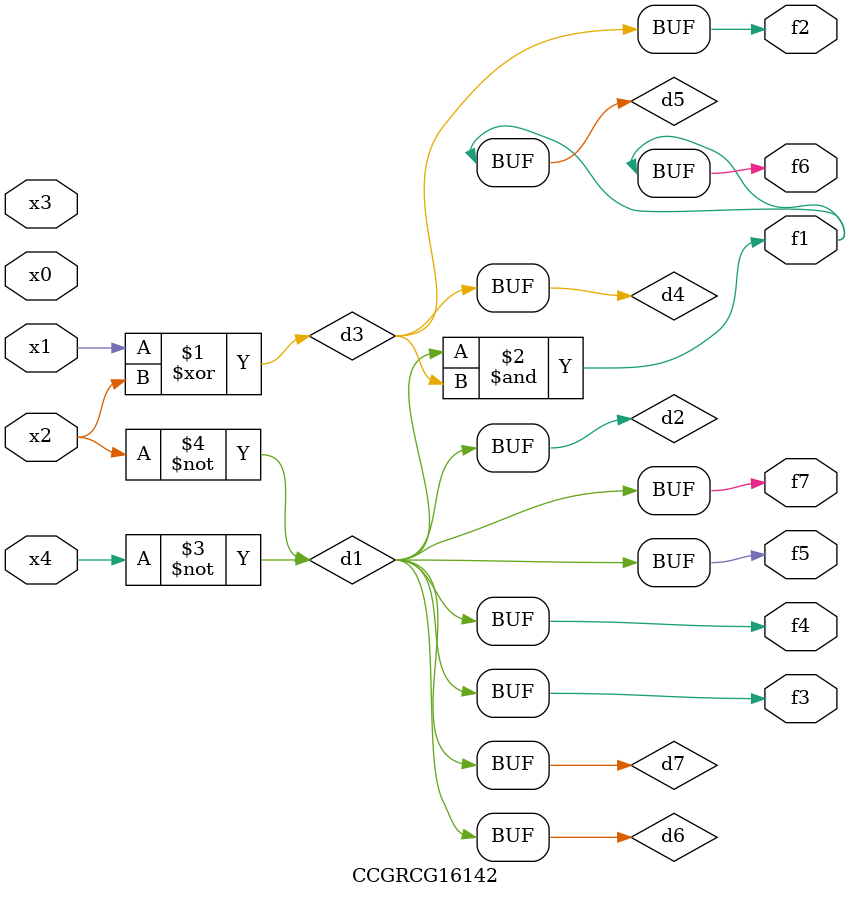
<source format=v>
module CCGRCG16142(
	input x0, x1, x2, x3, x4,
	output f1, f2, f3, f4, f5, f6, f7
);

	wire d1, d2, d3, d4, d5, d6, d7;

	not (d1, x4);
	not (d2, x2);
	xor (d3, x1, x2);
	buf (d4, d3);
	and (d5, d1, d3);
	buf (d6, d1, d2);
	buf (d7, d2);
	assign f1 = d5;
	assign f2 = d4;
	assign f3 = d7;
	assign f4 = d7;
	assign f5 = d7;
	assign f6 = d5;
	assign f7 = d7;
endmodule

</source>
